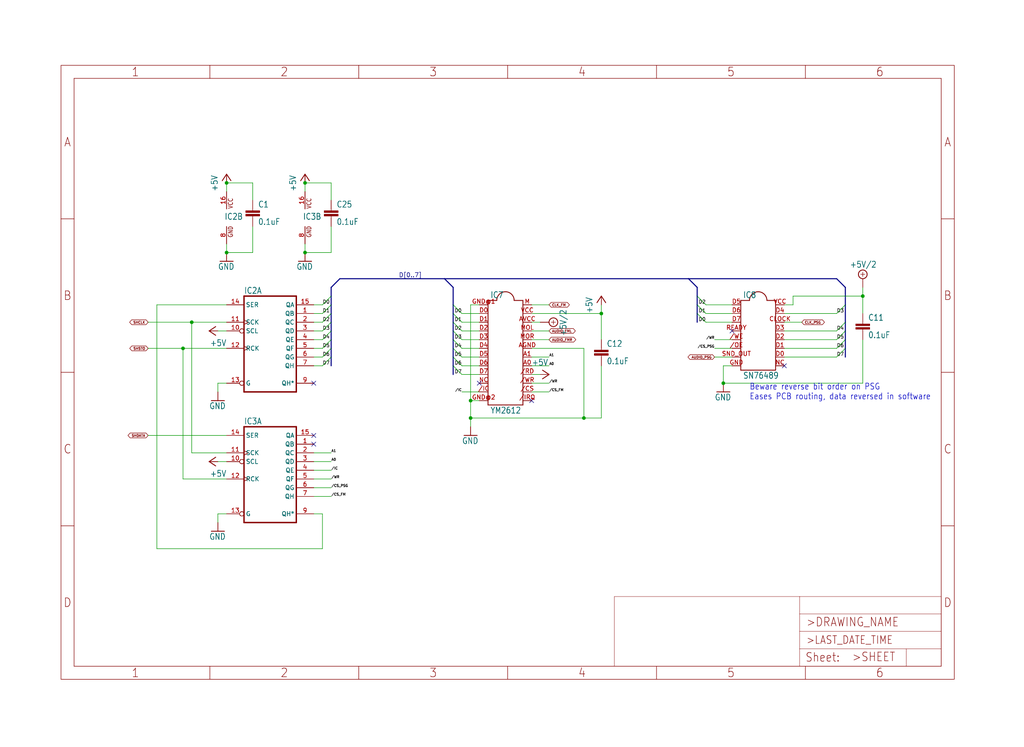
<source format=kicad_sch>
(kicad_sch (version 20230121) (generator eeschema)
  (paper "User" 298.45 217.881)
  (lib_symbols
    (symbol "MegaGRRLDesktop-eagle-import:+5V" (power)
      (property "Value" "+5V" (at -2.54 -5.08 90))
      (symbol "+5V_1_0"
        (polyline (pts (xy 0 0) (xy -1.27 -1.905)) (stroke (width 0.254)))
        (polyline (pts (xy 1.27 -1.905) (xy 0 0)) (stroke (width 0.254)))
        (pin power_in line (at 0 -2.54 90) (length 2.54) (name "+5V") (number "1"))
      )
    )
    (symbol "MegaGRRLDesktop-eagle-import:+5V{slash}2" (power)
      (property "Value" "+5V{slash}2" (at -3.81 3.175 0))
      (symbol "+5V{slash}2_1_0"
        (polyline (pts (xy -0.635 1.27) (xy 0.635 1.27)) (stroke (width 0.1524)))
        (polyline (pts (xy 0 0.635) (xy 0 1.905)) (stroke (width 0.1524)))
        (circle (center 0 1.27) (radius 1.27) (stroke (width 0.254)))
        (pin power_in line (at 0 -2.54 90) (length 2.54) (name "+5V/2") (number "1"))
      )
    )
    (symbol "MegaGRRLDesktop-eagle-import:74595N"
      (property "Reference" "IC" (at -0.635 -0.635 0))
      (symbol "74595N_1_0"
        (polyline (pts (xy -7.62 -15.24) (xy 7.62 -15.24)) (stroke (width 0.4064)))
        (polyline (pts (xy -7.62 12.7) (xy -7.62 -15.24)) (stroke (width 0.4064)))
        (polyline (pts (xy 7.62 -15.24) (xy 7.62 12.7)) (stroke (width 0.4064)))
        (polyline (pts (xy 7.62 12.7) (xy -7.62 12.7)) (stroke (width 0.4064)))
        (pin tri_state line (at 12.7 7.62 180) (length 5.08) (name "QB") (number "1"))
        (pin input inverted (at -12.7 2.54 0) (length 5.08) (name "SCL") (number "10"))
        (pin input clock (at -12.7 5.08 0) (length 5.08) (name "SCK") (number "11"))
        (pin input clock (at -12.7 -2.54 0) (length 5.08) (name "RCK") (number "12"))
        (pin input inverted (at -12.7 -12.7 0) (length 5.08) (name "G") (number "13"))
        (pin input line (at -12.7 10.16 0) (length 5.08) (name "SER") (number "14"))
        (pin tri_state line (at 12.7 10.16 180) (length 5.08) (name "QA") (number "15"))
        (pin tri_state line (at 12.7 5.08 180) (length 5.08) (name "QC") (number "2"))
        (pin tri_state line (at 12.7 2.54 180) (length 5.08) (name "QD") (number "3"))
        (pin tri_state line (at 12.7 0 180) (length 5.08) (name "QE") (number "4"))
        (pin tri_state line (at 12.7 -2.54 180) (length 5.08) (name "QF") (number "5"))
        (pin tri_state line (at 12.7 -5.08 180) (length 5.08) (name "QG") (number "6"))
        (pin tri_state line (at 12.7 -7.62 180) (length 5.08) (name "QH") (number "7"))
        (pin tri_state line (at 12.7 -12.7 180) (length 5.08) (name "QH*") (number "9"))
      )
      (symbol "74595N_2_0"
        (text "GND" (at 1.905 -5.842 900) (effects (font (size 1.27 1.0795)) (justify left bottom)))
        (text "VCC" (at 1.905 2.54 900) (effects (font (size 1.27 1.0795)) (justify left bottom)))
        (pin power_in line (at 0 7.62 270) (length 5.08) (name "VCC") (number "16"))
        (pin power_in line (at 0 -7.62 90) (length 5.08) (name "GND") (number "8"))
      )
    )
    (symbol "MegaGRRLDesktop-eagle-import:A4L-LOC"
      (symbol "A4L-LOC_0_0"
        (polyline (pts (xy 0 44.7675) (xy 3.81 44.7675)))
        (polyline (pts (xy 0 89.535) (xy 3.81 89.535)))
        (polyline (pts (xy 0 134.3025) (xy 3.81 134.3025)))
        (polyline (pts (xy 3.81 3.81) (xy 3.81 175.26)))
        (polyline (pts (xy 43.3917 0) (xy 43.3917 3.81)))
        (polyline (pts (xy 43.3917 175.26) (xy 43.3917 179.07)))
        (polyline (pts (xy 86.7833 0) (xy 86.7833 3.81)))
        (polyline (pts (xy 86.7833 175.26) (xy 86.7833 179.07)))
        (polyline (pts (xy 130.175 0) (xy 130.175 3.81)))
        (polyline (pts (xy 130.175 175.26) (xy 130.175 179.07)))
        (polyline (pts (xy 173.5667 0) (xy 173.5667 3.81)))
        (polyline (pts (xy 173.5667 175.26) (xy 173.5667 179.07)))
        (polyline (pts (xy 216.9583 0) (xy 216.9583 3.81)))
        (polyline (pts (xy 216.9583 175.26) (xy 216.9583 179.07)))
        (polyline (pts (xy 256.54 3.81) (xy 3.81 3.81)))
        (polyline (pts (xy 256.54 3.81) (xy 256.54 175.26)))
        (polyline (pts (xy 256.54 44.7675) (xy 260.35 44.7675)))
        (polyline (pts (xy 256.54 89.535) (xy 260.35 89.535)))
        (polyline (pts (xy 256.54 134.3025) (xy 260.35 134.3025)))
        (polyline (pts (xy 256.54 175.26) (xy 3.81 175.26)))
        (polyline (pts (xy 0 0) (xy 260.35 0) (xy 260.35 179.07) (xy 0 179.07) (xy 0 0)))
        (text "1" (at 21.6958 1.905 0) (effects (font (size 2.54 2.286))))
        (text "1" (at 21.6958 177.165 0) (effects (font (size 2.54 2.286))))
        (text "2" (at 65.0875 1.905 0) (effects (font (size 2.54 2.286))))
        (text "2" (at 65.0875 177.165 0) (effects (font (size 2.54 2.286))))
        (text "3" (at 108.4792 1.905 0) (effects (font (size 2.54 2.286))))
        (text "3" (at 108.4792 177.165 0) (effects (font (size 2.54 2.286))))
        (text "4" (at 151.8708 1.905 0) (effects (font (size 2.54 2.286))))
        (text "4" (at 151.8708 177.165 0) (effects (font (size 2.54 2.286))))
        (text "5" (at 195.2625 1.905 0) (effects (font (size 2.54 2.286))))
        (text "5" (at 195.2625 177.165 0) (effects (font (size 2.54 2.286))))
        (text "6" (at 238.6542 1.905 0) (effects (font (size 2.54 2.286))))
        (text "6" (at 238.6542 177.165 0) (effects (font (size 2.54 2.286))))
        (text "A" (at 1.905 156.6863 0) (effects (font (size 2.54 2.286))))
        (text "A" (at 258.445 156.6863 0) (effects (font (size 2.54 2.286))))
        (text "B" (at 1.905 111.9188 0) (effects (font (size 2.54 2.286))))
        (text "B" (at 258.445 111.9188 0) (effects (font (size 2.54 2.286))))
        (text "C" (at 1.905 67.1513 0) (effects (font (size 2.54 2.286))))
        (text "C" (at 258.445 67.1513 0) (effects (font (size 2.54 2.286))))
        (text "D" (at 1.905 22.3838 0) (effects (font (size 2.54 2.286))))
        (text "D" (at 258.445 22.3838 0) (effects (font (size 2.54 2.286))))
      )
      (symbol "A4L-LOC_1_0"
        (polyline (pts (xy 161.29 3.81) (xy 161.29 24.13)) (stroke (width 0.1016)))
        (polyline (pts (xy 161.29 24.13) (xy 215.265 24.13)) (stroke (width 0.1016)))
        (polyline (pts (xy 215.265 8.89) (xy 215.265 3.81)) (stroke (width 0.1016)))
        (polyline (pts (xy 215.265 8.89) (xy 215.265 13.97)) (stroke (width 0.1016)))
        (polyline (pts (xy 215.265 13.97) (xy 215.265 19.05)) (stroke (width 0.1016)))
        (polyline (pts (xy 215.265 13.97) (xy 256.54 13.97)) (stroke (width 0.1016)))
        (polyline (pts (xy 215.265 19.05) (xy 215.265 24.13)) (stroke (width 0.1016)))
        (polyline (pts (xy 215.265 19.05) (xy 256.54 19.05)) (stroke (width 0.1016)))
        (polyline (pts (xy 215.265 24.13) (xy 256.54 24.13)) (stroke (width 0.1016)))
        (polyline (pts (xy 246.38 3.81) (xy 246.38 8.89)) (stroke (width 0.1016)))
        (polyline (pts (xy 246.38 8.89) (xy 215.265 8.89)) (stroke (width 0.1016)))
        (polyline (pts (xy 246.38 8.89) (xy 256.54 8.89)) (stroke (width 0.1016)))
        (polyline (pts (xy 256.54 3.81) (xy 256.54 8.89)) (stroke (width 0.1016)))
        (polyline (pts (xy 256.54 8.89) (xy 256.54 13.97)) (stroke (width 0.1016)))
        (polyline (pts (xy 256.54 13.97) (xy 256.54 19.05)) (stroke (width 0.1016)))
        (polyline (pts (xy 256.54 19.05) (xy 256.54 24.13)) (stroke (width 0.1016)))
        (text ">DRAWING_NAME" (at 217.17 15.24 0) (effects (font (size 2.54 2.159)) (justify left bottom)))
        (text ">LAST_DATE_TIME" (at 217.17 10.16 0) (effects (font (size 2.286 1.9431)) (justify left bottom)))
        (text ">SHEET" (at 230.505 5.08 0) (effects (font (size 2.54 2.159)) (justify left bottom)))
        (text "Sheet:" (at 216.916 4.953 0) (effects (font (size 2.54 2.159)) (justify left bottom)))
      )
    )
    (symbol "MegaGRRLDesktop-eagle-import:C-EU025-024X044"
      (property "Reference" "C" (at 1.524 0.381 0))
      (property "Value" "C-EU025-024X044" (at 1.524 -4.699 0))
      (symbol "C-EU025-024X044_1_0"
        (rectangle (start -2.032 -2.032) (end 2.032 -1.524) (fill (type outline)))
        (rectangle (start -2.032 -1.016) (end 2.032 -0.508) (fill (type outline)))
        (polyline (pts (xy 0 -2.54) (xy 0 -2.032)) (stroke (width 0.1524)))
        (polyline (pts (xy 0 0) (xy 0 -0.508)) (stroke (width 0.1524)))
        (pin passive line (at 0 2.54 270) (length 2.54) (name "1") (number "1"))
        (pin passive line (at 0 -5.08 90) (length 2.54) (name "2") (number "2"))
      )
    )
    (symbol "MegaGRRLDesktop-eagle-import:GND" (power)
      (property "Value" "GND" (at -2.54 -2.54 0))
      (symbol "GND_1_0"
        (polyline (pts (xy -1.905 0) (xy 1.905 0)) (stroke (width 0.254)))
        (pin power_in line (at 0 2.54 270) (length 2.54) (name "GND") (number "1"))
      )
    )
    (symbol "MegaGRRLDesktop-eagle-import:SN76489"
      (property "Reference" "IC" (at -4.445 4.445 0))
      (property "Value" "SN76489" (at -4.445 -19.05 0))
      (symbol "SN76489_1_0"
        (polyline (pts (xy -5.08 -16.51) (xy 5.08 -16.51)) (stroke (width 0.254)))
        (polyline (pts (xy -5.08 3.81) (xy -5.08 -16.51)) (stroke (width 0.254)))
        (polyline (pts (xy -5.08 3.81) (xy -2.54 3.81)) (stroke (width 0.254)))
        (polyline (pts (xy 5.08 -16.51) (xy 5.08 3.81)) (stroke (width 0.254)))
        (polyline (pts (xy 5.08 3.81) (xy 2.54 3.81)) (stroke (width 0.254)))
        (arc (start 2.54 3.81) (mid 0 6.339) (end -2.54 3.81) (stroke (width 0.254)))
        (pin passive line (at -7.62 -10.16 0) (length 2.54) (name "/OE") (number "/OE"))
        (pin passive line (at -7.62 -7.62 0) (length 2.54) (name "/WE") (number "/WE"))
        (pin passive line (at 7.62 -2.54 180) (length 2.54) (name "CLOCK") (number "CLOCK"))
        (pin passive line (at 7.62 -12.7 180) (length 2.54) (name "D0") (number "D0"))
        (pin passive line (at 7.62 -10.16 180) (length 2.54) (name "D1") (number "D1"))
        (pin passive line (at 7.62 -7.62 180) (length 2.54) (name "D2") (number "D2"))
        (pin passive line (at 7.62 -5.08 180) (length 2.54) (name "D3") (number "D3"))
        (pin passive line (at 7.62 0 180) (length 2.54) (name "D4") (number "D4"))
        (pin passive line (at -7.62 2.54 0) (length 2.54) (name "D5") (number "D5"))
        (pin passive line (at -7.62 0 0) (length 2.54) (name "D6") (number "D6"))
        (pin passive line (at -7.62 -2.54 0) (length 2.54) (name "D7") (number "D7"))
        (pin passive line (at -7.62 -15.24 0) (length 2.54) (name "GND") (number "GND"))
        (pin passive line (at 7.62 -15.24 180) (length 2.54) (name "NC") (number "NC"))
        (pin passive line (at -7.62 -5.08 0) (length 2.54) (name "READY") (number "READY"))
        (pin passive line (at -7.62 -12.7 0) (length 2.54) (name "SND_OUT") (number "SND_OUT"))
        (pin passive line (at 7.62 2.54 180) (length 2.54) (name "VCC") (number "VCC"))
      )
    )
    (symbol "MegaGRRLDesktop-eagle-import:YM2612"
      (property "Reference" "IC" (at -4.445 17.145 0))
      (property "Value" "YM2612" (at -4.445 -16.51 0))
      (symbol "YM2612_1_0"
        (polyline (pts (xy -5.08 -13.97) (xy 5.08 -13.97)) (stroke (width 0.254)))
        (polyline (pts (xy -5.08 16.51) (xy -5.08 -13.97)) (stroke (width 0.254)))
        (polyline (pts (xy -5.08 16.51) (xy -2.54 16.51)) (stroke (width 0.254)))
        (polyline (pts (xy 5.08 -13.97) (xy 5.08 16.51)) (stroke (width 0.254)))
        (polyline (pts (xy 5.08 16.51) (xy 2.54 16.51)) (stroke (width 0.254)))
        (arc (start 2.54 16.51) (mid 0 19.039) (end -2.54 16.51) (stroke (width 0.254)))
        (pin passive line (at 7.62 -10.16 180) (length 2.54) (name "/CS") (number "/CS"))
        (pin passive line (at -7.62 -10.16 0) (length 2.54) (name "/IC") (number "/IC"))
        (pin passive line (at 7.62 -12.7 180) (length 2.54) (name "/IRQ") (number "/IRQ"))
        (pin passive line (at 7.62 -5.08 180) (length 2.54) (name "/RD") (number "/RD"))
        (pin passive line (at 7.62 -7.62 180) (length 2.54) (name "/WR") (number "/WR"))
        (pin passive line (at 7.62 -2.54 180) (length 2.54) (name "A0") (number "A0"))
        (pin passive line (at 7.62 0 180) (length 2.54) (name "A1") (number "A1"))
        (pin passive line (at 7.62 2.54 180) (length 2.54) (name "AGND") (number "AGND"))
        (pin passive line (at 7.62 10.16 180) (length 2.54) (name "AVCC") (number "AVCC"))
        (pin passive line (at -7.62 12.7 0) (length 2.54) (name "D0") (number "D0"))
        (pin passive line (at -7.62 10.16 0) (length 2.54) (name "D1") (number "D1"))
        (pin passive line (at -7.62 7.62 0) (length 2.54) (name "D2") (number "D2"))
        (pin passive line (at -7.62 5.08 0) (length 2.54) (name "D3") (number "D3"))
        (pin passive line (at -7.62 2.54 0) (length 2.54) (name "D4") (number "D4"))
        (pin passive line (at -7.62 0 0) (length 2.54) (name "D5") (number "D5"))
        (pin passive line (at -7.62 -2.54 0) (length 2.54) (name "D6") (number "D6"))
        (pin passive line (at -7.62 -5.08 0) (length 2.54) (name "D7") (number "D7"))
        (pin passive line (at -7.62 15.24 0) (length 2.54) (name "GND@1") (number "GND@1"))
        (pin passive line (at -7.62 -12.7 0) (length 2.54) (name "GND@2") (number "GND@2"))
        (pin passive line (at 7.62 15.24 180) (length 2.54) (name "M") (number "M"))
        (pin passive line (at 7.62 7.62 180) (length 2.54) (name "MOL") (number "MOL"))
        (pin passive line (at 7.62 5.08 180) (length 2.54) (name "MOR") (number "MOR"))
        (pin passive line (at -7.62 -7.62 0) (length 2.54) (name "NC") (number "NC"))
        (pin passive line (at 7.62 12.7 180) (length 2.54) (name "VCC") (number "VCC"))
      )
    )
  )
  (junction (at 210.82 111.76))
  (junction (at 88.9 73.66))
  (junction (at 66.04 73.66))
  (junction (at 66.04 53.34))
  (junction (at 170.18 121.92))
  (junction (at 53.34 101.6))
  (junction (at 55.88 93.98))
  (junction (at 175.26 91.44))
  (junction (at 251.46 86.36))
  (junction (at 88.9 53.34))
  (junction (at 137.16 121.92))
  (junction (at 137.16 116.84))
  (no_connect (at 213.36 96.52))
  (no_connect (at 228.6 106.68))
  (no_connect (at 139.7 111.76))
  (no_connect (at 154.94 116.84))
  (no_connect (at 91.44 129.54))
  (no_connect (at 91.44 127))
  (no_connect (at 91.44 111.76))
  (bus_entry (at 205.74 91.44) (size -2.54 -2.54))
  (bus_entry (at 134.62 104.14) (size -2.54 -2.54))
  (bus_entry (at 93.98 96.52) (size 2.54 -2.54))
  (bus_entry (at 134.62 101.6) (size -2.54 -2.54))
  (bus_entry (at 134.62 93.98) (size -2.54 -2.54))
  (bus_entry (at 243.84 91.44) (size 2.54 -2.54))
  (bus_entry (at 243.84 104.14) (size 2.54 -2.54))
  (bus_entry (at 243.84 99.06) (size 2.54 -2.54))
  (bus_entry (at 134.62 109.22) (size -2.54 -2.54))
  (bus_entry (at 93.98 104.14) (size 2.54 -2.54))
  (bus_entry (at 93.98 101.6) (size 2.54 -2.54))
  (bus_entry (at 93.98 106.68) (size 2.54 -2.54))
  (bus_entry (at 243.84 96.52) (size 2.54 -2.54))
  (bus_entry (at 134.62 106.68) (size -2.54 -2.54))
  (bus_entry (at 243.84 101.6) (size 2.54 -2.54))
  (bus_entry (at 93.98 99.06) (size 2.54 -2.54))
  (bus_entry (at 205.74 93.98) (size -2.54 -2.54))
  (bus_entry (at 134.62 91.44) (size -2.54 -2.54))
  (bus_entry (at 134.62 99.06) (size -2.54 -2.54))
  (bus_entry (at 93.98 93.98) (size 2.54 -2.54))
  (bus_entry (at 134.62 96.52) (size -2.54 -2.54))
  (bus_entry (at 93.98 88.9) (size 2.54 -2.54))
  (bus_entry (at 205.74 88.9) (size -2.54 -2.54))
  (bus_entry (at 93.98 91.44) (size 2.54 -2.54))
  (wire (pts (xy 210.82 111.76) (xy 210.82 106.68)))
  (bus (pts (xy 246.38 99.06) (xy 246.38 101.6)))
  (bus (pts (xy 132.08 83.82) (xy 132.08 88.9)))
  (wire (pts (xy 170.18 101.6) (xy 170.18 121.92)))
  (bus (pts (xy 96.52 104.14) (xy 96.52 101.6)))
  (wire (pts (xy 134.62 93.98) (xy 139.7 93.98)))
  (bus (pts (xy 132.08 104.14) (xy 132.08 106.68)))
  (wire (pts (xy 137.16 121.92) (xy 137.16 124.46)))
  (bus (pts (xy 203.2 86.36) (xy 203.2 88.9)))
  (wire (pts (xy 175.26 121.92) (xy 170.18 121.92)))
  (bus (pts (xy 96.52 83.82) (xy 99.06 81.28)))
  (wire (pts (xy 205.74 91.44) (xy 213.36 91.44)))
  (bus (pts (xy 132.08 101.6) (xy 132.08 104.14)))
  (wire (pts (xy 93.98 88.9) (xy 91.44 88.9)))
  (wire (pts (xy 91.44 132.08) (xy 96.52 132.08)))
  (wire (pts (xy 96.52 53.34) (xy 88.9 53.34)))
  (bus (pts (xy 203.2 88.9) (xy 203.2 91.44)))
  (wire (pts (xy 55.88 93.98) (xy 66.04 93.98)))
  (wire (pts (xy 55.88 132.08) (xy 66.04 132.08)))
  (wire (pts (xy 139.7 88.9) (xy 137.16 88.9)))
  (bus (pts (xy 99.06 81.28) (xy 129.54 81.28)))
  (wire (pts (xy 243.84 101.6) (xy 228.6 101.6)))
  (bus (pts (xy 132.08 106.68) (xy 132.08 109.22)))
  (wire (pts (xy 205.74 88.9) (xy 213.36 88.9)))
  (wire (pts (xy 228.6 88.9) (xy 231.14 88.9)))
  (bus (pts (xy 246.38 96.52) (xy 246.38 99.06)))
  (wire (pts (xy 66.04 73.66) (xy 66.04 71.12)))
  (wire (pts (xy 154.94 106.68) (xy 160.02 106.68)))
  (wire (pts (xy 251.46 99.06) (xy 251.46 111.76)))
  (wire (pts (xy 91.44 144.78) (xy 96.52 144.78)))
  (bus (pts (xy 96.52 96.52) (xy 96.52 93.98)))
  (wire (pts (xy 63.5 111.76) (xy 63.5 114.3)))
  (wire (pts (xy 96.52 73.66) (xy 88.9 73.66)))
  (bus (pts (xy 203.2 83.82) (xy 203.2 86.36)))
  (wire (pts (xy 154.94 101.6) (xy 170.18 101.6)))
  (wire (pts (xy 93.98 99.06) (xy 91.44 99.06)))
  (wire (pts (xy 93.98 101.6) (xy 91.44 101.6)))
  (wire (pts (xy 93.98 93.98) (xy 91.44 93.98)))
  (wire (pts (xy 43.18 127) (xy 66.04 127)))
  (bus (pts (xy 96.52 93.98) (xy 96.52 91.44)))
  (bus (pts (xy 132.08 88.9) (xy 132.08 91.44)))
  (wire (pts (xy 93.98 106.68) (xy 91.44 106.68)))
  (bus (pts (xy 96.52 91.44) (xy 96.52 88.9)))
  (wire (pts (xy 96.52 66.04) (xy 96.52 73.66)))
  (wire (pts (xy 137.16 116.84) (xy 137.16 121.92)))
  (wire (pts (xy 157.48 93.98) (xy 154.94 93.98)))
  (wire (pts (xy 93.98 149.86) (xy 91.44 149.86)))
  (wire (pts (xy 154.94 91.44) (xy 175.26 91.44)))
  (wire (pts (xy 243.84 99.06) (xy 228.6 99.06)))
  (bus (pts (xy 96.52 99.06) (xy 96.52 96.52)))
  (wire (pts (xy 53.34 139.7) (xy 66.04 139.7)))
  (wire (pts (xy 134.62 109.22) (xy 139.7 109.22)))
  (bus (pts (xy 96.52 88.9) (xy 96.52 86.36)))
  (wire (pts (xy 154.94 111.76) (xy 160.02 111.76)))
  (wire (pts (xy 137.16 88.9) (xy 137.16 116.84)))
  (wire (pts (xy 66.04 134.62) (xy 63.5 134.62)))
  (wire (pts (xy 134.62 104.14) (xy 139.7 104.14)))
  (wire (pts (xy 55.88 93.98) (xy 55.88 132.08)))
  (bus (pts (xy 96.52 101.6) (xy 96.52 99.06)))
  (wire (pts (xy 73.66 66.04) (xy 73.66 73.66)))
  (bus (pts (xy 96.52 86.36) (xy 96.52 83.82)))
  (bus (pts (xy 246.38 101.6) (xy 246.38 104.14)))
  (bus (pts (xy 96.52 106.68) (xy 96.52 104.14)))
  (wire (pts (xy 205.74 93.98) (xy 213.36 93.98)))
  (wire (pts (xy 170.18 121.92) (xy 137.16 121.92)))
  (wire (pts (xy 175.26 91.44) (xy 175.26 99.06)))
  (wire (pts (xy 231.14 86.36) (xy 251.46 86.36)))
  (wire (pts (xy 243.84 104.14) (xy 228.6 104.14)))
  (bus (pts (xy 246.38 88.9) (xy 246.38 93.98)))
  (wire (pts (xy 251.46 86.36) (xy 251.46 83.82)))
  (wire (pts (xy 45.72 160.02) (xy 93.98 160.02)))
  (wire (pts (xy 134.62 101.6) (xy 139.7 101.6)))
  (wire (pts (xy 66.04 96.52) (xy 63.5 96.52)))
  (wire (pts (xy 93.98 91.44) (xy 91.44 91.44)))
  (wire (pts (xy 137.16 116.84) (xy 139.7 116.84)))
  (bus (pts (xy 200.66 81.28) (xy 203.2 83.82)))
  (wire (pts (xy 231.14 88.9) (xy 231.14 86.36)))
  (wire (pts (xy 213.36 104.14) (xy 208.28 104.14)))
  (bus (pts (xy 243.84 81.28) (xy 246.38 83.82)))
  (wire (pts (xy 251.46 91.44) (xy 251.46 86.36)))
  (wire (pts (xy 73.66 53.34) (xy 73.66 58.42)))
  (wire (pts (xy 251.46 111.76) (xy 210.82 111.76)))
  (wire (pts (xy 96.52 58.42) (xy 96.52 53.34)))
  (wire (pts (xy 139.7 114.3) (xy 134.62 114.3)))
  (wire (pts (xy 210.82 106.68) (xy 213.36 106.68)))
  (wire (pts (xy 93.98 160.02) (xy 93.98 149.86)))
  (bus (pts (xy 132.08 96.52) (xy 132.08 99.06)))
  (bus (pts (xy 132.08 99.06) (xy 132.08 101.6)))
  (wire (pts (xy 53.34 101.6) (xy 53.34 139.7)))
  (bus (pts (xy 203.2 91.44) (xy 203.2 93.98)))
  (wire (pts (xy 91.44 134.62) (xy 96.52 134.62)))
  (wire (pts (xy 66.04 88.9) (xy 45.72 88.9)))
  (wire (pts (xy 175.26 91.44) (xy 175.26 88.9)))
  (wire (pts (xy 154.94 109.22) (xy 157.48 109.22)))
  (wire (pts (xy 88.9 73.66) (xy 88.9 71.12)))
  (wire (pts (xy 228.6 93.98) (xy 233.68 93.98)))
  (wire (pts (xy 154.94 99.06) (xy 160.02 99.06)))
  (wire (pts (xy 73.66 73.66) (xy 66.04 73.66)))
  (wire (pts (xy 66.04 149.86) (xy 63.5 149.86)))
  (wire (pts (xy 88.9 53.34) (xy 88.9 55.88)))
  (bus (pts (xy 246.38 93.98) (xy 246.38 96.52)))
  (wire (pts (xy 66.04 111.76) (xy 63.5 111.76)))
  (wire (pts (xy 213.36 99.06) (xy 208.28 99.06)))
  (bus (pts (xy 132.08 91.44) (xy 132.08 93.98)))
  (wire (pts (xy 154.94 88.9) (xy 160.02 88.9)))
  (wire (pts (xy 134.62 96.52) (xy 139.7 96.52)))
  (bus (pts (xy 200.66 81.28) (xy 243.84 81.28)))
  (wire (pts (xy 93.98 96.52) (xy 91.44 96.52)))
  (bus (pts (xy 129.54 81.28) (xy 132.08 83.82)))
  (wire (pts (xy 91.44 139.7) (xy 96.52 139.7)))
  (wire (pts (xy 93.98 104.14) (xy 91.44 104.14)))
  (wire (pts (xy 91.44 142.24) (xy 96.52 142.24)))
  (wire (pts (xy 66.04 53.34) (xy 66.04 55.88)))
  (wire (pts (xy 213.36 101.6) (xy 208.28 101.6)))
  (wire (pts (xy 134.62 91.44) (xy 139.7 91.44)))
  (wire (pts (xy 53.34 101.6) (xy 43.18 101.6)))
  (wire (pts (xy 43.18 93.98) (xy 55.88 93.98)))
  (wire (pts (xy 154.94 114.3) (xy 160.02 114.3)))
  (wire (pts (xy 53.34 101.6) (xy 66.04 101.6)))
  (wire (pts (xy 154.94 96.52) (xy 160.02 96.52)))
  (wire (pts (xy 45.72 88.9) (xy 45.72 160.02)))
  (wire (pts (xy 243.84 96.52) (xy 228.6 96.52)))
  (wire (pts (xy 154.94 104.14) (xy 160.02 104.14)))
  (bus (pts (xy 129.54 81.28) (xy 200.66 81.28)))
  (wire (pts (xy 175.26 106.68) (xy 175.26 121.92)))
  (wire (pts (xy 63.5 149.86) (xy 63.5 152.4)))
  (wire (pts (xy 91.44 137.16) (xy 96.52 137.16)))
  (bus (pts (xy 246.38 83.82) (xy 246.38 88.9)))
  (wire (pts (xy 66.04 53.34) (xy 73.66 53.34)))
  (wire (pts (xy 243.84 91.44) (xy 228.6 91.44)))
  (wire (pts (xy 134.62 99.06) (xy 139.7 99.06)))
  (bus (pts (xy 132.08 93.98) (xy 132.08 96.52)))
  (wire (pts (xy 134.62 106.68) (xy 139.7 106.68)))
  (text "Beware reverse bit order on PSG\nEases PCB routing, data reversed in software" (at 218.44 116.84 0) (effects (font (size 1.778 1.5113)) (justify left bottom)))
  (label "D1" (at 134.62 93.98 180) (effects (font (size 1.016 1.016))))
  (label "D5" (at 134.62 104.14 180) (effects (font (size 1.016 1.016))))
  (label "D7" (at 134.62 109.22 180) (effects (font (size 1.016 1.016))))
  (label "D0" (at 93.98 88.9 0) (effects (font (size 1.016 1.016))))
  (label "D2" (at 134.62 96.52 180) (effects (font (size 1.016 1.016))))
  (label "/CS_PSG" (at 96.52 142.24 0) (effects (font (size 0.7112 0.7112))))
  (label "D1" (at 205.74 91.44 180) (effects (font (size 1.016 1.016))))
  (label "D5" (at 93.98 101.6 0) (effects (font (size 1.016 1.016))))
  (label "/CS_FM" (at 160.02 114.3 0) (effects (font (size 0.7112 0.7112))))
  (label "D0" (at 134.62 91.44 180) (effects (font (size 1.016 1.016))))
  (label "D[0..7]" (at 116.205 81.28 0))
  (label "D3" (at 134.62 99.06 180) (effects (font (size 1.016 1.016))))
  (label "D3" (at 243.84 91.44 0) (effects (font (size 1.016 1.016))))
  (label "A1" (at 96.52 132.08 0) (effects (font (size 0.7112 0.7112))))
  (label "D6" (at 134.62 106.68 180) (effects (font (size 1.016 1.016))))
  (label "D3" (at 93.98 96.52 0) (effects (font (size 1.016 1.016))))
  (label "D0" (at 205.74 93.98 180) (effects (font (size 1.016 1.016))))
  (label "D7" (at 243.84 104.14 0) (effects (font (size 1.016 1.016))))
  (label "A1" (at 160.02 104.14 0) (effects (font (size 0.7112 0.7112))))
  (label "D4" (at 134.62 101.6 180) (effects (font (size 1.016 1.016))))
  (label "/WR" (at 160.02 111.76 0) (effects (font (size 0.7112 0.7112))))
  (label "D7" (at 93.98 106.68 0) (effects (font (size 1.016 1.016))))
  (label "D6" (at 243.84 101.6 0) (effects (font (size 1.016 1.016))))
  (label "D2" (at 205.74 88.9 180) (effects (font (size 1.016 1.016))))
  (label "D4" (at 93.98 99.06 0) (effects (font (size 1.016 1.016))))
  (label "A0" (at 160.02 106.68 0) (effects (font (size 0.7112 0.7112))))
  (label "/CS_PSG" (at 208.28 101.6 180) (effects (font (size 0.7112 0.7112))))
  (label "/WR" (at 208.28 99.06 180) (effects (font (size 0.7112 0.7112))))
  (label "A0" (at 96.52 134.62 0) (effects (font (size 0.7112 0.7112))))
  (label "/CS_FM" (at 96.52 144.78 0) (effects (font (size 0.7112 0.7112))))
  (label "D5" (at 243.84 99.06 0) (effects (font (size 1.016 1.016))))
  (label "/IC" (at 96.52 137.16 0) (effects (font (size 0.7112 0.7112))))
  (label "/WR" (at 96.52 139.7 0) (effects (font (size 0.7112 0.7112))))
  (label "D4" (at 243.84 96.52 0) (effects (font (size 1.016 1.016))))
  (label "D6" (at 93.98 104.14 0) (effects (font (size 1.016 1.016))))
  (label "D1" (at 93.98 91.44 0) (effects (font (size 1.016 1.016))))
  (label "/IC" (at 134.62 114.3 180) (effects (font (size 0.7112 0.7112))))
  (label "D2" (at 93.98 93.98 0) (effects (font (size 1.016 1.016))))
  (global_label "CLK_FM" (shape bidirectional) (at 160.02 88.9 0) (effects (font (size 0.7112 0.7112))) (property "Intersheetrefs" "${INTERSHEET_REFS}" (effects hide)))
  (global_label "CLK_PSG" (shape bidirectional) (at 233.68 93.98 0) (effects (font (size 0.7112 0.7112))) (property "Intersheetrefs" "${INTERSHEET_REFS}" (effects hide)))
  (global_label "SHSTO" (shape bidirectional) (at 43.18 101.6 180) (effects (font (size 0.7112 0.7112))) (property "Intersheetrefs" "${INTERSHEET_REFS}" (effects hide)))
  (global_label "AUDIO_FMR" (shape bidirectional) (at 160.02 99.06 0) (effects (font (size 0.7112 0.7112))) (property "Intersheetrefs" "${INTERSHEET_REFS}" (effects hide)))
  (global_label "AUDIO_PSG" (shape bidirectional) (at 208.28 104.14 180) (effects (font (size 0.7112 0.7112))) (property "Intersheetrefs" "${INTERSHEET_REFS}" (effects hide)))
  (global_label "AUDIO_FML" (shape bidirectional) (at 160.02 96.52 0) (effects (font (size 0.7112 0.7112))) (property "Intersheetrefs" "${INTERSHEET_REFS}" (effects hide)))
  (global_label "SHCLK" (shape bidirectional) (at 43.18 93.98 180) (effects (font (size 0.7112 0.7112))) (property "Intersheetrefs" "${INTERSHEET_REFS}" (effects hide)))
  (global_label "SHDATA" (shape bidirectional) (at 43.18 127 180) (effects (font (size 0.7112 0.7112))) (property "Intersheetrefs" "${INTERSHEET_REFS}" (effects hide)))
  (symbol (lib_id "MegaGRRLDesktop-eagle-import:+5V") (at 175.26 86.36 0) (unit 1)
    (property "Reference" "#P+010" (effects hide))
    (property "Value" "+5V" (at 172.72 91.44 90) (effects (font (size 1.778 1.5113)) (justify left bottom)))
    (property "Footprint" "MegaGRRLDesktop:" (effects hide))
  )
  (symbol (lib_id "MegaGRRLDesktop-eagle-import:YM2612") (at 147.32 104.14 0) (unit 1)
    (property "Reference" "IC7" (at 142.875 86.995 0) (effects (font (size 1.778 1.5113)) (justify left bottom)))
    (property "Value" "YM2612" (at 142.875 120.65 0) (effects (font (size 1.778 1.5113)) (justify left bottom)))
    (property "Footprint" "MegaGRRLDesktop:YM2612" (effects hide))
  )
  (symbol (lib_id "MegaGRRLDesktop-eagle-import:74595N") (at 88.9 63.5 0) (unit 2)
    (property "Reference" "IC3" (at 88.265 64.135 0) (effects (font (size 1.778 1.5113)) (justify left bottom)))
    (property "Value" "74HCT595N" (effects hide))
    (property "Footprint" "MegaGRRLDesktop:DIL16" (effects hide))
  )
  (symbol (lib_id "MegaGRRLDesktop-eagle-import:C-EU025-024X044") (at 251.46 93.98 0) (unit 1)
    (property "Reference" "C11" (at 252.984 93.599 0) (effects (font (size 1.778 1.5113)) (justify left bottom)))
    (property "Value" "0.1uF" (at 252.984 98.679 0) (effects (font (size 1.778 1.5113)) (justify left bottom)))
    (property "Footprint" "MegaGRRLDesktop:C025-024X044" (effects hide))
  )
  (symbol (lib_id "MegaGRRLDesktop-eagle-import:+5V") (at 60.96 96.52 90) (unit 1)
    (property "Reference" "#P+02" (effects hide))
    (property "Value" "+5V" (at 66.04 99.06 90) (effects (font (size 1.778 1.5113)) (justify left bottom)))
    (property "Footprint" "MegaGRRLDesktop:" (effects hide))
  )
  (symbol (lib_id "MegaGRRLDesktop-eagle-import:A4L-LOC") (at 17.78 198.12 0) (unit 1)
    (property "Reference" "#FRAME6" (effects hide))
    (property "Value" "A4L-LOC" (effects hide))
    (property "Footprint" "MegaGRRLDesktop:" (effects hide))
  )
  (symbol (lib_id "MegaGRRLDesktop-eagle-import:GND") (at 63.5 154.94 0) (unit 1)
    (property "Reference" "#GND013" (effects hide))
    (property "Value" "GND" (at 60.96 157.48 0) (effects (font (size 1.778 1.5113)) (justify left bottom)))
    (property "Footprint" "MegaGRRLDesktop:" (effects hide))
  )
  (symbol (lib_id "MegaGRRLDesktop-eagle-import:+5V{slash}2") (at 160.02 93.98 270) (unit 1)
    (property "Reference" "#SUPPLY01" (effects hide))
    (property "Value" "+5V{slash}2" (at 163.195 90.17 0) (effects (font (size 1.778 1.5113)) (justify left bottom)))
    (property "Footprint" "MegaGRRLDesktop:" (effects hide))
  )
  (symbol (lib_id "MegaGRRLDesktop-eagle-import:C-EU025-024X044") (at 175.26 101.6 0) (unit 1)
    (property "Reference" "C12" (at 176.784 101.219 0) (effects (font (size 1.778 1.5113)) (justify left bottom)))
    (property "Value" "0.1uF" (at 176.784 106.299 0) (effects (font (size 1.778 1.5113)) (justify left bottom)))
    (property "Footprint" "MegaGRRLDesktop:C025-024X044" (effects hide))
  )
  (symbol (lib_id "MegaGRRLDesktop-eagle-import:SN76489") (at 220.98 91.44 0) (unit 1)
    (property "Reference" "IC8" (at 216.535 86.995 0) (effects (font (size 1.778 1.5113)) (justify left bottom)))
    (property "Value" "SN76489" (at 216.535 110.49 0) (effects (font (size 1.778 1.5113)) (justify left bottom)))
    (property "Footprint" "MegaGRRLDesktop:SN76489" (effects hide))
  )
  (symbol (lib_id "MegaGRRLDesktop-eagle-import:C-EU025-024X044") (at 73.66 60.96 0) (unit 1)
    (property "Reference" "C1" (at 75.184 60.579 0) (effects (font (size 1.778 1.5113)) (justify left bottom)))
    (property "Value" "0.1uF" (at 75.184 65.659 0) (effects (font (size 1.778 1.5113)) (justify left bottom)))
    (property "Footprint" "MegaGRRLDesktop:C025-024X044" (effects hide))
  )
  (symbol (lib_id "MegaGRRLDesktop-eagle-import:C-EU025-024X044") (at 96.52 60.96 0) (unit 1)
    (property "Reference" "C25" (at 98.044 60.579 0) (effects (font (size 1.778 1.5113)) (justify left bottom)))
    (property "Value" "0.1uF" (at 98.044 65.659 0) (effects (font (size 1.778 1.5113)) (justify left bottom)))
    (property "Footprint" "MegaGRRLDesktop:C025-024X044" (effects hide))
  )
  (symbol (lib_id "MegaGRRLDesktop-eagle-import:74595N") (at 66.04 63.5 0) (unit 2)
    (property "Reference" "IC2" (at 65.405 64.135 0) (effects (font (size 1.778 1.5113)) (justify left bottom)))
    (property "Value" "74HCT595N" (effects hide))
    (property "Footprint" "MegaGRRLDesktop:DIL16" (effects hide))
  )
  (symbol (lib_id "MegaGRRLDesktop-eagle-import:+5V") (at 160.02 109.22 270) (unit 1)
    (property "Reference" "#P+08" (effects hide))
    (property "Value" "+5V" (at 154.94 106.68 90) (effects (font (size 1.778 1.5113)) (justify left bottom)))
    (property "Footprint" "MegaGRRLDesktop:" (effects hide))
  )
  (symbol (lib_id "MegaGRRLDesktop-eagle-import:+5V") (at 60.96 134.62 90) (unit 1)
    (property "Reference" "#P+013" (effects hide))
    (property "Value" "+5V" (at 66.04 137.16 90) (effects (font (size 1.778 1.5113)) (justify left bottom)))
    (property "Footprint" "MegaGRRLDesktop:" (effects hide))
  )
  (symbol (lib_id "MegaGRRLDesktop-eagle-import:+5V") (at 66.04 50.8 0) (unit 1)
    (property "Reference" "#P+03" (effects hide))
    (property "Value" "+5V" (at 63.5 55.88 90) (effects (font (size 1.778 1.5113)) (justify left bottom)))
    (property "Footprint" "MegaGRRLDesktop:" (effects hide))
  )
  (symbol (lib_id "MegaGRRLDesktop-eagle-import:+5V{slash}2") (at 251.46 81.28 0) (unit 1)
    (property "Reference" "#SUPPLY06" (effects hide))
    (property "Value" "+5V{slash}2" (at 247.65 78.105 0) (effects (font (size 1.778 1.5113)) (justify left bottom)))
    (property "Footprint" "MegaGRRLDesktop:" (effects hide))
  )
  (symbol (lib_id "MegaGRRLDesktop-eagle-import:GND") (at 210.82 114.3 0) (unit 1)
    (property "Reference" "#GND014" (effects hide))
    (property "Value" "GND" (at 208.28 116.84 0) (effects (font (size 1.778 1.5113)) (justify left bottom)))
    (property "Footprint" "MegaGRRLDesktop:" (effects hide))
  )
  (symbol (lib_id "MegaGRRLDesktop-eagle-import:74595N") (at 78.74 137.16 0) (unit 1)
    (property "Reference" "IC3" (at 71.12 123.825 0) (effects (font (size 1.778 1.5113)) (justify left bottom)))
    (property "Value" "74HCT595N" (effects hide))
    (property "Footprint" "MegaGRRLDesktop:DIL16" (effects hide))
  )
  (symbol (lib_id "MegaGRRLDesktop-eagle-import:GND") (at 66.04 76.2 0) (unit 1)
    (property "Reference" "#GND04" (effects hide))
    (property "Value" "GND" (at 63.5 78.74 0) (effects (font (size 1.778 1.5113)) (justify left bottom)))
    (property "Footprint" "MegaGRRLDesktop:" (effects hide))
  )
  (symbol (lib_id "MegaGRRLDesktop-eagle-import:GND") (at 88.9 76.2 0) (unit 1)
    (property "Reference" "#GND023" (effects hide))
    (property "Value" "GND" (at 86.36 78.74 0) (effects (font (size 1.778 1.5113)) (justify left bottom)))
    (property "Footprint" "MegaGRRLDesktop:" (effects hide))
  )
  (symbol (lib_id "MegaGRRLDesktop-eagle-import:GND") (at 63.5 116.84 0) (unit 1)
    (property "Reference" "#GND03" (effects hide))
    (property "Value" "GND" (at 60.96 119.38 0) (effects (font (size 1.778 1.5113)) (justify left bottom)))
    (property "Footprint" "MegaGRRLDesktop:" (effects hide))
  )
  (symbol (lib_id "MegaGRRLDesktop-eagle-import:74595N") (at 78.74 99.06 0) (unit 1)
    (property "Reference" "IC2" (at 71.12 85.725 0) (effects (font (size 1.778 1.5113)) (justify left bottom)))
    (property "Value" "74HCT595N" (effects hide))
    (property "Footprint" "MegaGRRLDesktop:DIL16" (effects hide))
  )
  (symbol (lib_id "MegaGRRLDesktop-eagle-import:+5V") (at 88.9 50.8 0) (unit 1)
    (property "Reference" "#P+012" (effects hide))
    (property "Value" "+5V" (at 86.36 55.88 90) (effects (font (size 1.778 1.5113)) (justify left bottom)))
    (property "Footprint" "MegaGRRLDesktop:" (effects hide))
  )
  (symbol (lib_id "MegaGRRLDesktop-eagle-import:GND") (at 137.16 127 0) (unit 1)
    (property "Reference" "#GND015" (effects hide))
    (property "Value" "GND" (at 134.62 129.54 0) (effects (font (size 1.778 1.5113)) (justify left bottom)))
    (property "Footprint" "MegaGRRLDesktop:" (effects hide))
  )
)
</source>
